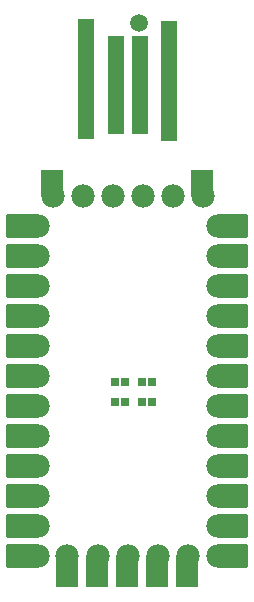
<source format=gbs>
%FSLAX36Y36*%
%MOIN*%

%AMMACRO1*1,1,$1,$2,$3*1,1,$1,$4,$5*1,1,$1,0-$2,0-$3*1,1,$1,0-$4,0-$5*20,1,$1,$2,$3,$4,$5,0*20,1,$1,$4,$5,0-$2,0-$3,0*20,1,$1,0-$2,0-$3,0-$4,0-$5,0*20,1,$1,0-$4,0-$5,$2,$3,0*4,1,4,$2,$3,$4,$5,0-$2,0-$3,0-$4,0-$5,$2,$3,0*%
%ADD10MACRO1,0.0079X-0.0236X0.1968X0.0236X0.1968*%
%ADD11MACRO1,0.0079X-0.0236X0.16X0.0236X0.16*%
%ADD12R,0.0780X0.0580*%
%ADD13MACRO1,0.004X0.0118X0.0128X-0.0118X0.0128*%
%ADD14MACRO1,0.004X-0.0118X-0.0128X0.0118X-0.0128*%
%ADD15C,0.0594*%
%ADD16C,0.0780*%
%ADD17MACRO1,0.008X-0.05X0.035X0.05X0.035*%
%ADD18R,0.0780X0.1080*%

%LPD*%
D10*
G01*
X589996Y-245000D03*
D11*
G01*
X490999Y-260000D03*
G01*
X410999Y-260000D03*
D10*
G01*
X311471Y-240000D03*
D12*
G01*
X200000Y-605000D03*
G01*
X700000Y-605000D03*
D13*
G01*
X408299Y-1250000D03*
G01*
X441700Y-1250000D03*
D14*
G01*
X531700Y-1250000D03*
G01*
X498299Y-1250000D03*
D13*
G01*
X408299Y-1315000D03*
G01*
X441700Y-1315000D03*
D14*
G01*
X531700Y-1315000D03*
G01*
X498299Y-1315000D03*
D15*
G01*
X488000Y-53000D03*
D16*
G01*
X350999Y-1830000D03*
G01*
X450999Y-1830000D03*
G01*
X550999Y-1830000D03*
G01*
X650999Y-1830000D03*
G01*
X750999Y-1830000D03*
G01*
X750999Y-1730000D03*
G01*
X750999Y-1630000D03*
G01*
X750999Y-1530000D03*
G01*
X750999Y-1430000D03*
G01*
X750999Y-1330000D03*
G01*
X750999Y-1230000D03*
G01*
X750999Y-1130000D03*
G01*
X750999Y-1030000D03*
G01*
X750999Y-930000D03*
G01*
X750999Y-830000D03*
G01*
X750999Y-730000D03*
G01*
X700999Y-630000D03*
G01*
X600999Y-630000D03*
G01*
X500999Y-630000D03*
G01*
X400999Y-630000D03*
G01*
X300999Y-630000D03*
G01*
X150999Y-1830000D03*
G01*
X150999Y-1730000D03*
G01*
X150999Y-1630000D03*
G01*
X150999Y-1530000D03*
G01*
X150999Y-1430000D03*
G01*
X150999Y-1330000D03*
G01*
X150999Y-1230000D03*
G01*
X150999Y-1130000D03*
G01*
X150999Y-1030000D03*
G01*
X150999Y-930000D03*
G01*
X150999Y-830000D03*
G01*
X150999Y-730000D03*
G01*
X200999Y-630000D03*
G01*
X250000Y-1830000D03*
D17*
G01*
X800000Y-730000D03*
G01*
X800000Y-830000D03*
G01*
X800000Y-930000D03*
G01*
X800000Y-1030000D03*
G01*
X800000Y-1130000D03*
G01*
X800000Y-1230000D03*
G01*
X800000Y-1330000D03*
G01*
X800000Y-1430000D03*
G01*
X800000Y-1530000D03*
G01*
X800000Y-1630000D03*
G01*
X800000Y-1730000D03*
G01*
X800000Y-1830000D03*
G01*
X100000Y-1830000D03*
G01*
X100000Y-1730000D03*
G01*
X100000Y-1630000D03*
G01*
X100000Y-1530000D03*
G01*
X100000Y-1430000D03*
D18*
G01*
X250000Y-1880000D03*
G01*
X350000Y-1880000D03*
G01*
X450000Y-1880000D03*
D17*
G01*
X100000Y-1330000D03*
G01*
X100000Y-1130000D03*
G01*
X100000Y-1030000D03*
G01*
X100000Y-1230000D03*
G01*
X100000Y-930000D03*
G01*
X100000Y-830000D03*
G01*
X100000Y-730000D03*
D18*
G01*
X550000Y-1880000D03*
G01*
X650000Y-1880000D03*
D12*
G01*
X200000Y-570000D03*
G01*
X700000Y-570000D03*
M02*

</source>
